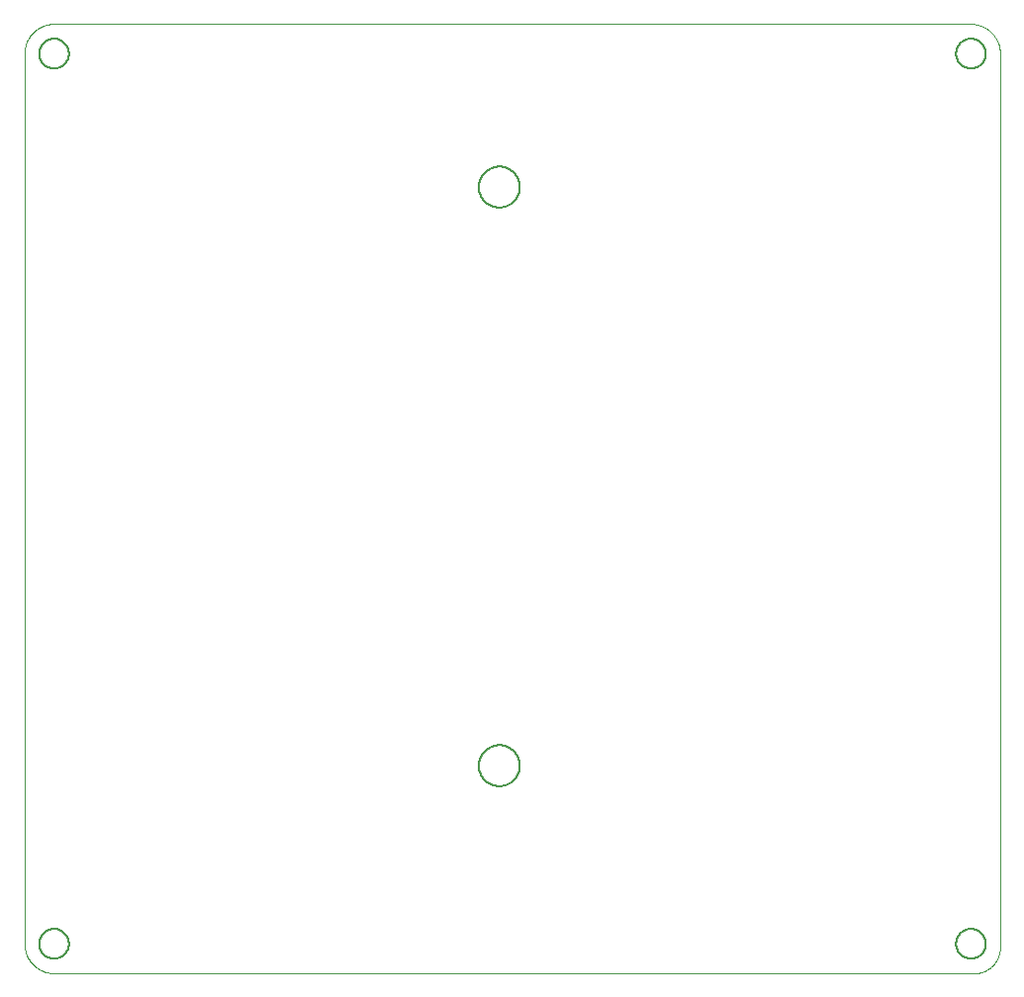
<source format=gbp>
G75*
%MOIN*%
%OFA0B0*%
%FSLAX25Y25*%
%IPPOS*%
%LPD*%
%AMOC8*
5,1,8,0,0,1.08239X$1,22.5*
%
%ADD10C,0.00000*%
%ADD11C,0.00600*%
D10*
X0013520Y0011600D02*
X0013520Y0311561D01*
X0013523Y0311803D01*
X0013532Y0312044D01*
X0013546Y0312285D01*
X0013567Y0312526D01*
X0013593Y0312766D01*
X0013625Y0313006D01*
X0013663Y0313245D01*
X0013706Y0313482D01*
X0013756Y0313719D01*
X0013811Y0313954D01*
X0013871Y0314188D01*
X0013938Y0314420D01*
X0014009Y0314651D01*
X0014087Y0314880D01*
X0014170Y0315107D01*
X0014258Y0315332D01*
X0014352Y0315555D01*
X0014451Y0315775D01*
X0014556Y0315993D01*
X0014665Y0316208D01*
X0014780Y0316421D01*
X0014900Y0316631D01*
X0015025Y0316837D01*
X0015155Y0317041D01*
X0015290Y0317242D01*
X0015430Y0317439D01*
X0015574Y0317633D01*
X0015723Y0317823D01*
X0015877Y0318009D01*
X0016035Y0318192D01*
X0016197Y0318371D01*
X0016364Y0318546D01*
X0016535Y0318717D01*
X0016710Y0318884D01*
X0016889Y0319046D01*
X0017072Y0319204D01*
X0017258Y0319358D01*
X0017448Y0319507D01*
X0017642Y0319651D01*
X0017839Y0319791D01*
X0018040Y0319926D01*
X0018244Y0320056D01*
X0018450Y0320181D01*
X0018660Y0320301D01*
X0018873Y0320416D01*
X0019088Y0320525D01*
X0019306Y0320630D01*
X0019526Y0320729D01*
X0019749Y0320823D01*
X0019974Y0320911D01*
X0020201Y0320994D01*
X0020430Y0321072D01*
X0020661Y0321143D01*
X0020893Y0321210D01*
X0021127Y0321270D01*
X0021362Y0321325D01*
X0021599Y0321375D01*
X0021836Y0321418D01*
X0022075Y0321456D01*
X0022315Y0321488D01*
X0022555Y0321514D01*
X0022796Y0321535D01*
X0023037Y0321549D01*
X0023278Y0321558D01*
X0023520Y0321561D01*
X0332260Y0321561D01*
X0332501Y0321558D01*
X0332741Y0321549D01*
X0332982Y0321535D01*
X0333221Y0321514D01*
X0333461Y0321488D01*
X0333699Y0321456D01*
X0333937Y0321419D01*
X0334174Y0321375D01*
X0334409Y0321326D01*
X0334644Y0321272D01*
X0334877Y0321211D01*
X0335108Y0321145D01*
X0335338Y0321073D01*
X0335566Y0320996D01*
X0335792Y0320914D01*
X0336016Y0320826D01*
X0336238Y0320732D01*
X0336458Y0320633D01*
X0336675Y0320529D01*
X0336889Y0320420D01*
X0337101Y0320306D01*
X0337310Y0320186D01*
X0337516Y0320062D01*
X0337719Y0319932D01*
X0337918Y0319798D01*
X0338115Y0319659D01*
X0338308Y0319515D01*
X0338497Y0319366D01*
X0338683Y0319213D01*
X0338865Y0319056D01*
X0339044Y0318894D01*
X0339218Y0318728D01*
X0339388Y0318558D01*
X0339554Y0318384D01*
X0339716Y0318205D01*
X0339873Y0318023D01*
X0340026Y0317837D01*
X0340175Y0317648D01*
X0340319Y0317455D01*
X0340458Y0317258D01*
X0340592Y0317059D01*
X0340722Y0316856D01*
X0340846Y0316650D01*
X0340966Y0316441D01*
X0341080Y0316229D01*
X0341189Y0316015D01*
X0341293Y0315798D01*
X0341392Y0315578D01*
X0341486Y0315356D01*
X0341574Y0315132D01*
X0341656Y0314906D01*
X0341733Y0314678D01*
X0341805Y0314448D01*
X0341871Y0314217D01*
X0341932Y0313984D01*
X0341986Y0313749D01*
X0342035Y0313514D01*
X0342079Y0313277D01*
X0342116Y0313039D01*
X0342148Y0312801D01*
X0342174Y0312561D01*
X0342195Y0312322D01*
X0342209Y0312081D01*
X0342218Y0311841D01*
X0342221Y0311600D01*
X0342220Y0311600D02*
X0342220Y0010301D01*
X0342221Y0010301D02*
X0342218Y0010091D01*
X0342211Y0009881D01*
X0342198Y0009671D01*
X0342180Y0009461D01*
X0342158Y0009252D01*
X0342130Y0009044D01*
X0342097Y0008836D01*
X0342059Y0008629D01*
X0342016Y0008423D01*
X0341968Y0008219D01*
X0341915Y0008015D01*
X0341858Y0007813D01*
X0341795Y0007612D01*
X0341728Y0007413D01*
X0341656Y0007216D01*
X0341579Y0007020D01*
X0341497Y0006826D01*
X0341411Y0006634D01*
X0341320Y0006445D01*
X0341224Y0006257D01*
X0341124Y0006072D01*
X0341020Y0005890D01*
X0340911Y0005710D01*
X0340798Y0005533D01*
X0340681Y0005358D01*
X0340559Y0005187D01*
X0340434Y0005018D01*
X0340304Y0004853D01*
X0340170Y0004690D01*
X0340033Y0004531D01*
X0339891Y0004375D01*
X0339746Y0004223D01*
X0339598Y0004075D01*
X0339446Y0003930D01*
X0339290Y0003788D01*
X0339131Y0003651D01*
X0338968Y0003517D01*
X0338803Y0003387D01*
X0338634Y0003262D01*
X0338463Y0003140D01*
X0338288Y0003023D01*
X0338111Y0002910D01*
X0337931Y0002801D01*
X0337749Y0002697D01*
X0337564Y0002597D01*
X0337376Y0002501D01*
X0337187Y0002410D01*
X0336995Y0002324D01*
X0336801Y0002242D01*
X0336605Y0002165D01*
X0336408Y0002093D01*
X0336209Y0002026D01*
X0336008Y0001963D01*
X0335806Y0001906D01*
X0335602Y0001853D01*
X0335398Y0001805D01*
X0335192Y0001762D01*
X0334985Y0001724D01*
X0334777Y0001691D01*
X0334569Y0001663D01*
X0334360Y0001641D01*
X0334150Y0001623D01*
X0333940Y0001610D01*
X0333730Y0001603D01*
X0333520Y0001600D01*
X0023520Y0001600D01*
X0023278Y0001603D01*
X0023037Y0001612D01*
X0022796Y0001626D01*
X0022555Y0001647D01*
X0022315Y0001673D01*
X0022075Y0001705D01*
X0021836Y0001743D01*
X0021599Y0001786D01*
X0021362Y0001836D01*
X0021127Y0001891D01*
X0020893Y0001951D01*
X0020661Y0002018D01*
X0020430Y0002089D01*
X0020201Y0002167D01*
X0019974Y0002250D01*
X0019749Y0002338D01*
X0019526Y0002432D01*
X0019306Y0002531D01*
X0019088Y0002636D01*
X0018873Y0002745D01*
X0018660Y0002860D01*
X0018450Y0002980D01*
X0018244Y0003105D01*
X0018040Y0003235D01*
X0017839Y0003370D01*
X0017642Y0003510D01*
X0017448Y0003654D01*
X0017258Y0003803D01*
X0017072Y0003957D01*
X0016889Y0004115D01*
X0016710Y0004277D01*
X0016535Y0004444D01*
X0016364Y0004615D01*
X0016197Y0004790D01*
X0016035Y0004969D01*
X0015877Y0005152D01*
X0015723Y0005338D01*
X0015574Y0005528D01*
X0015430Y0005722D01*
X0015290Y0005919D01*
X0015155Y0006120D01*
X0015025Y0006324D01*
X0014900Y0006530D01*
X0014780Y0006740D01*
X0014665Y0006953D01*
X0014556Y0007168D01*
X0014451Y0007386D01*
X0014352Y0007606D01*
X0014258Y0007829D01*
X0014170Y0008054D01*
X0014087Y0008281D01*
X0014009Y0008510D01*
X0013938Y0008741D01*
X0013871Y0008973D01*
X0013811Y0009207D01*
X0013756Y0009442D01*
X0013706Y0009679D01*
X0013663Y0009916D01*
X0013625Y0010155D01*
X0013593Y0010395D01*
X0013567Y0010635D01*
X0013546Y0010876D01*
X0013532Y0011117D01*
X0013523Y0011358D01*
X0013520Y0011600D01*
D11*
X0018520Y0011600D02*
X0018522Y0011741D01*
X0018528Y0011882D01*
X0018538Y0012022D01*
X0018552Y0012162D01*
X0018570Y0012302D01*
X0018591Y0012441D01*
X0018617Y0012580D01*
X0018646Y0012718D01*
X0018680Y0012854D01*
X0018717Y0012990D01*
X0018758Y0013125D01*
X0018803Y0013259D01*
X0018852Y0013391D01*
X0018904Y0013522D01*
X0018960Y0013651D01*
X0019020Y0013778D01*
X0019083Y0013904D01*
X0019149Y0014028D01*
X0019220Y0014151D01*
X0019293Y0014271D01*
X0019370Y0014389D01*
X0019450Y0014505D01*
X0019534Y0014618D01*
X0019620Y0014729D01*
X0019710Y0014838D01*
X0019803Y0014944D01*
X0019898Y0015047D01*
X0019997Y0015148D01*
X0020098Y0015246D01*
X0020202Y0015341D01*
X0020309Y0015433D01*
X0020418Y0015522D01*
X0020530Y0015607D01*
X0020644Y0015690D01*
X0020760Y0015770D01*
X0020879Y0015846D01*
X0021000Y0015918D01*
X0021122Y0015988D01*
X0021247Y0016053D01*
X0021373Y0016116D01*
X0021501Y0016174D01*
X0021631Y0016229D01*
X0021762Y0016281D01*
X0021895Y0016328D01*
X0022029Y0016372D01*
X0022164Y0016413D01*
X0022300Y0016449D01*
X0022437Y0016481D01*
X0022575Y0016510D01*
X0022713Y0016535D01*
X0022853Y0016555D01*
X0022993Y0016572D01*
X0023133Y0016585D01*
X0023274Y0016594D01*
X0023414Y0016599D01*
X0023555Y0016600D01*
X0023696Y0016597D01*
X0023837Y0016590D01*
X0023977Y0016579D01*
X0024117Y0016564D01*
X0024257Y0016545D01*
X0024396Y0016523D01*
X0024534Y0016496D01*
X0024672Y0016466D01*
X0024808Y0016431D01*
X0024944Y0016393D01*
X0025078Y0016351D01*
X0025212Y0016305D01*
X0025344Y0016256D01*
X0025474Y0016202D01*
X0025603Y0016145D01*
X0025730Y0016085D01*
X0025856Y0016021D01*
X0025979Y0015953D01*
X0026101Y0015882D01*
X0026221Y0015808D01*
X0026338Y0015730D01*
X0026453Y0015649D01*
X0026566Y0015565D01*
X0026677Y0015478D01*
X0026785Y0015387D01*
X0026890Y0015294D01*
X0026993Y0015197D01*
X0027093Y0015098D01*
X0027190Y0014996D01*
X0027284Y0014891D01*
X0027375Y0014784D01*
X0027463Y0014674D01*
X0027548Y0014562D01*
X0027630Y0014447D01*
X0027709Y0014330D01*
X0027784Y0014211D01*
X0027856Y0014090D01*
X0027924Y0013967D01*
X0027989Y0013842D01*
X0028051Y0013715D01*
X0028108Y0013586D01*
X0028163Y0013456D01*
X0028213Y0013325D01*
X0028260Y0013192D01*
X0028303Y0013058D01*
X0028342Y0012922D01*
X0028377Y0012786D01*
X0028409Y0012649D01*
X0028436Y0012511D01*
X0028460Y0012372D01*
X0028480Y0012232D01*
X0028496Y0012092D01*
X0028508Y0011952D01*
X0028516Y0011811D01*
X0028520Y0011670D01*
X0028520Y0011530D01*
X0028516Y0011389D01*
X0028508Y0011248D01*
X0028496Y0011108D01*
X0028480Y0010968D01*
X0028460Y0010828D01*
X0028436Y0010689D01*
X0028409Y0010551D01*
X0028377Y0010414D01*
X0028342Y0010278D01*
X0028303Y0010142D01*
X0028260Y0010008D01*
X0028213Y0009875D01*
X0028163Y0009744D01*
X0028108Y0009614D01*
X0028051Y0009485D01*
X0027989Y0009358D01*
X0027924Y0009233D01*
X0027856Y0009110D01*
X0027784Y0008989D01*
X0027709Y0008870D01*
X0027630Y0008753D01*
X0027548Y0008638D01*
X0027463Y0008526D01*
X0027375Y0008416D01*
X0027284Y0008309D01*
X0027190Y0008204D01*
X0027093Y0008102D01*
X0026993Y0008003D01*
X0026890Y0007906D01*
X0026785Y0007813D01*
X0026677Y0007722D01*
X0026566Y0007635D01*
X0026453Y0007551D01*
X0026338Y0007470D01*
X0026221Y0007392D01*
X0026101Y0007318D01*
X0025979Y0007247D01*
X0025856Y0007179D01*
X0025730Y0007115D01*
X0025603Y0007055D01*
X0025474Y0006998D01*
X0025344Y0006944D01*
X0025212Y0006895D01*
X0025078Y0006849D01*
X0024944Y0006807D01*
X0024808Y0006769D01*
X0024672Y0006734D01*
X0024534Y0006704D01*
X0024396Y0006677D01*
X0024257Y0006655D01*
X0024117Y0006636D01*
X0023977Y0006621D01*
X0023837Y0006610D01*
X0023696Y0006603D01*
X0023555Y0006600D01*
X0023414Y0006601D01*
X0023274Y0006606D01*
X0023133Y0006615D01*
X0022993Y0006628D01*
X0022853Y0006645D01*
X0022713Y0006665D01*
X0022575Y0006690D01*
X0022437Y0006719D01*
X0022300Y0006751D01*
X0022164Y0006787D01*
X0022029Y0006828D01*
X0021895Y0006872D01*
X0021762Y0006919D01*
X0021631Y0006971D01*
X0021501Y0007026D01*
X0021373Y0007084D01*
X0021247Y0007147D01*
X0021122Y0007212D01*
X0021000Y0007282D01*
X0020879Y0007354D01*
X0020760Y0007430D01*
X0020644Y0007510D01*
X0020530Y0007593D01*
X0020418Y0007678D01*
X0020309Y0007767D01*
X0020202Y0007859D01*
X0020098Y0007954D01*
X0019997Y0008052D01*
X0019898Y0008153D01*
X0019803Y0008256D01*
X0019710Y0008362D01*
X0019620Y0008471D01*
X0019534Y0008582D01*
X0019450Y0008695D01*
X0019370Y0008811D01*
X0019293Y0008929D01*
X0019220Y0009049D01*
X0019149Y0009172D01*
X0019083Y0009296D01*
X0019020Y0009422D01*
X0018960Y0009549D01*
X0018904Y0009678D01*
X0018852Y0009809D01*
X0018803Y0009941D01*
X0018758Y0010075D01*
X0018717Y0010210D01*
X0018680Y0010346D01*
X0018646Y0010482D01*
X0018617Y0010620D01*
X0018591Y0010759D01*
X0018570Y0010898D01*
X0018552Y0011038D01*
X0018538Y0011178D01*
X0018528Y0011318D01*
X0018522Y0011459D01*
X0018520Y0011600D01*
X0166630Y0071600D02*
X0166632Y0071769D01*
X0166638Y0071938D01*
X0166649Y0072107D01*
X0166663Y0072275D01*
X0166682Y0072443D01*
X0166705Y0072611D01*
X0166731Y0072778D01*
X0166762Y0072944D01*
X0166797Y0073110D01*
X0166836Y0073274D01*
X0166880Y0073438D01*
X0166927Y0073600D01*
X0166978Y0073761D01*
X0167033Y0073921D01*
X0167092Y0074080D01*
X0167154Y0074237D01*
X0167221Y0074392D01*
X0167292Y0074546D01*
X0167366Y0074698D01*
X0167444Y0074848D01*
X0167525Y0074996D01*
X0167610Y0075142D01*
X0167699Y0075286D01*
X0167791Y0075428D01*
X0167887Y0075567D01*
X0167986Y0075704D01*
X0168088Y0075839D01*
X0168194Y0075971D01*
X0168303Y0076100D01*
X0168415Y0076227D01*
X0168530Y0076351D01*
X0168648Y0076472D01*
X0168769Y0076590D01*
X0168893Y0076705D01*
X0169020Y0076817D01*
X0169149Y0076926D01*
X0169281Y0077032D01*
X0169416Y0077134D01*
X0169553Y0077233D01*
X0169692Y0077329D01*
X0169834Y0077421D01*
X0169978Y0077510D01*
X0170124Y0077595D01*
X0170272Y0077676D01*
X0170422Y0077754D01*
X0170574Y0077828D01*
X0170728Y0077899D01*
X0170883Y0077966D01*
X0171040Y0078028D01*
X0171199Y0078087D01*
X0171359Y0078142D01*
X0171520Y0078193D01*
X0171682Y0078240D01*
X0171846Y0078284D01*
X0172010Y0078323D01*
X0172176Y0078358D01*
X0172342Y0078389D01*
X0172509Y0078415D01*
X0172677Y0078438D01*
X0172845Y0078457D01*
X0173013Y0078471D01*
X0173182Y0078482D01*
X0173351Y0078488D01*
X0173520Y0078490D01*
X0173689Y0078488D01*
X0173858Y0078482D01*
X0174027Y0078471D01*
X0174195Y0078457D01*
X0174363Y0078438D01*
X0174531Y0078415D01*
X0174698Y0078389D01*
X0174864Y0078358D01*
X0175030Y0078323D01*
X0175194Y0078284D01*
X0175358Y0078240D01*
X0175520Y0078193D01*
X0175681Y0078142D01*
X0175841Y0078087D01*
X0176000Y0078028D01*
X0176157Y0077966D01*
X0176312Y0077899D01*
X0176466Y0077828D01*
X0176618Y0077754D01*
X0176768Y0077676D01*
X0176916Y0077595D01*
X0177062Y0077510D01*
X0177206Y0077421D01*
X0177348Y0077329D01*
X0177487Y0077233D01*
X0177624Y0077134D01*
X0177759Y0077032D01*
X0177891Y0076926D01*
X0178020Y0076817D01*
X0178147Y0076705D01*
X0178271Y0076590D01*
X0178392Y0076472D01*
X0178510Y0076351D01*
X0178625Y0076227D01*
X0178737Y0076100D01*
X0178846Y0075971D01*
X0178952Y0075839D01*
X0179054Y0075704D01*
X0179153Y0075567D01*
X0179249Y0075428D01*
X0179341Y0075286D01*
X0179430Y0075142D01*
X0179515Y0074996D01*
X0179596Y0074848D01*
X0179674Y0074698D01*
X0179748Y0074546D01*
X0179819Y0074392D01*
X0179886Y0074237D01*
X0179948Y0074080D01*
X0180007Y0073921D01*
X0180062Y0073761D01*
X0180113Y0073600D01*
X0180160Y0073438D01*
X0180204Y0073274D01*
X0180243Y0073110D01*
X0180278Y0072944D01*
X0180309Y0072778D01*
X0180335Y0072611D01*
X0180358Y0072443D01*
X0180377Y0072275D01*
X0180391Y0072107D01*
X0180402Y0071938D01*
X0180408Y0071769D01*
X0180410Y0071600D01*
X0180408Y0071431D01*
X0180402Y0071262D01*
X0180391Y0071093D01*
X0180377Y0070925D01*
X0180358Y0070757D01*
X0180335Y0070589D01*
X0180309Y0070422D01*
X0180278Y0070256D01*
X0180243Y0070090D01*
X0180204Y0069926D01*
X0180160Y0069762D01*
X0180113Y0069600D01*
X0180062Y0069439D01*
X0180007Y0069279D01*
X0179948Y0069120D01*
X0179886Y0068963D01*
X0179819Y0068808D01*
X0179748Y0068654D01*
X0179674Y0068502D01*
X0179596Y0068352D01*
X0179515Y0068204D01*
X0179430Y0068058D01*
X0179341Y0067914D01*
X0179249Y0067772D01*
X0179153Y0067633D01*
X0179054Y0067496D01*
X0178952Y0067361D01*
X0178846Y0067229D01*
X0178737Y0067100D01*
X0178625Y0066973D01*
X0178510Y0066849D01*
X0178392Y0066728D01*
X0178271Y0066610D01*
X0178147Y0066495D01*
X0178020Y0066383D01*
X0177891Y0066274D01*
X0177759Y0066168D01*
X0177624Y0066066D01*
X0177487Y0065967D01*
X0177348Y0065871D01*
X0177206Y0065779D01*
X0177062Y0065690D01*
X0176916Y0065605D01*
X0176768Y0065524D01*
X0176618Y0065446D01*
X0176466Y0065372D01*
X0176312Y0065301D01*
X0176157Y0065234D01*
X0176000Y0065172D01*
X0175841Y0065113D01*
X0175681Y0065058D01*
X0175520Y0065007D01*
X0175358Y0064960D01*
X0175194Y0064916D01*
X0175030Y0064877D01*
X0174864Y0064842D01*
X0174698Y0064811D01*
X0174531Y0064785D01*
X0174363Y0064762D01*
X0174195Y0064743D01*
X0174027Y0064729D01*
X0173858Y0064718D01*
X0173689Y0064712D01*
X0173520Y0064710D01*
X0173351Y0064712D01*
X0173182Y0064718D01*
X0173013Y0064729D01*
X0172845Y0064743D01*
X0172677Y0064762D01*
X0172509Y0064785D01*
X0172342Y0064811D01*
X0172176Y0064842D01*
X0172010Y0064877D01*
X0171846Y0064916D01*
X0171682Y0064960D01*
X0171520Y0065007D01*
X0171359Y0065058D01*
X0171199Y0065113D01*
X0171040Y0065172D01*
X0170883Y0065234D01*
X0170728Y0065301D01*
X0170574Y0065372D01*
X0170422Y0065446D01*
X0170272Y0065524D01*
X0170124Y0065605D01*
X0169978Y0065690D01*
X0169834Y0065779D01*
X0169692Y0065871D01*
X0169553Y0065967D01*
X0169416Y0066066D01*
X0169281Y0066168D01*
X0169149Y0066274D01*
X0169020Y0066383D01*
X0168893Y0066495D01*
X0168769Y0066610D01*
X0168648Y0066728D01*
X0168530Y0066849D01*
X0168415Y0066973D01*
X0168303Y0067100D01*
X0168194Y0067229D01*
X0168088Y0067361D01*
X0167986Y0067496D01*
X0167887Y0067633D01*
X0167791Y0067772D01*
X0167699Y0067914D01*
X0167610Y0068058D01*
X0167525Y0068204D01*
X0167444Y0068352D01*
X0167366Y0068502D01*
X0167292Y0068654D01*
X0167221Y0068808D01*
X0167154Y0068963D01*
X0167092Y0069120D01*
X0167033Y0069279D01*
X0166978Y0069439D01*
X0166927Y0069600D01*
X0166880Y0069762D01*
X0166836Y0069926D01*
X0166797Y0070090D01*
X0166762Y0070256D01*
X0166731Y0070422D01*
X0166705Y0070589D01*
X0166682Y0070757D01*
X0166663Y0070925D01*
X0166649Y0071093D01*
X0166638Y0071262D01*
X0166632Y0071431D01*
X0166630Y0071600D01*
X0327417Y0011600D02*
X0327419Y0011741D01*
X0327425Y0011882D01*
X0327435Y0012022D01*
X0327449Y0012162D01*
X0327467Y0012302D01*
X0327488Y0012441D01*
X0327514Y0012580D01*
X0327543Y0012718D01*
X0327577Y0012854D01*
X0327614Y0012990D01*
X0327655Y0013125D01*
X0327700Y0013259D01*
X0327749Y0013391D01*
X0327801Y0013522D01*
X0327857Y0013651D01*
X0327917Y0013778D01*
X0327980Y0013904D01*
X0328046Y0014028D01*
X0328117Y0014151D01*
X0328190Y0014271D01*
X0328267Y0014389D01*
X0328347Y0014505D01*
X0328431Y0014618D01*
X0328517Y0014729D01*
X0328607Y0014838D01*
X0328700Y0014944D01*
X0328795Y0015047D01*
X0328894Y0015148D01*
X0328995Y0015246D01*
X0329099Y0015341D01*
X0329206Y0015433D01*
X0329315Y0015522D01*
X0329427Y0015607D01*
X0329541Y0015690D01*
X0329657Y0015770D01*
X0329776Y0015846D01*
X0329897Y0015918D01*
X0330019Y0015988D01*
X0330144Y0016053D01*
X0330270Y0016116D01*
X0330398Y0016174D01*
X0330528Y0016229D01*
X0330659Y0016281D01*
X0330792Y0016328D01*
X0330926Y0016372D01*
X0331061Y0016413D01*
X0331197Y0016449D01*
X0331334Y0016481D01*
X0331472Y0016510D01*
X0331610Y0016535D01*
X0331750Y0016555D01*
X0331890Y0016572D01*
X0332030Y0016585D01*
X0332171Y0016594D01*
X0332311Y0016599D01*
X0332452Y0016600D01*
X0332593Y0016597D01*
X0332734Y0016590D01*
X0332874Y0016579D01*
X0333014Y0016564D01*
X0333154Y0016545D01*
X0333293Y0016523D01*
X0333431Y0016496D01*
X0333569Y0016466D01*
X0333705Y0016431D01*
X0333841Y0016393D01*
X0333975Y0016351D01*
X0334109Y0016305D01*
X0334241Y0016256D01*
X0334371Y0016202D01*
X0334500Y0016145D01*
X0334627Y0016085D01*
X0334753Y0016021D01*
X0334876Y0015953D01*
X0334998Y0015882D01*
X0335118Y0015808D01*
X0335235Y0015730D01*
X0335350Y0015649D01*
X0335463Y0015565D01*
X0335574Y0015478D01*
X0335682Y0015387D01*
X0335787Y0015294D01*
X0335890Y0015197D01*
X0335990Y0015098D01*
X0336087Y0014996D01*
X0336181Y0014891D01*
X0336272Y0014784D01*
X0336360Y0014674D01*
X0336445Y0014562D01*
X0336527Y0014447D01*
X0336606Y0014330D01*
X0336681Y0014211D01*
X0336753Y0014090D01*
X0336821Y0013967D01*
X0336886Y0013842D01*
X0336948Y0013715D01*
X0337005Y0013586D01*
X0337060Y0013456D01*
X0337110Y0013325D01*
X0337157Y0013192D01*
X0337200Y0013058D01*
X0337239Y0012922D01*
X0337274Y0012786D01*
X0337306Y0012649D01*
X0337333Y0012511D01*
X0337357Y0012372D01*
X0337377Y0012232D01*
X0337393Y0012092D01*
X0337405Y0011952D01*
X0337413Y0011811D01*
X0337417Y0011670D01*
X0337417Y0011530D01*
X0337413Y0011389D01*
X0337405Y0011248D01*
X0337393Y0011108D01*
X0337377Y0010968D01*
X0337357Y0010828D01*
X0337333Y0010689D01*
X0337306Y0010551D01*
X0337274Y0010414D01*
X0337239Y0010278D01*
X0337200Y0010142D01*
X0337157Y0010008D01*
X0337110Y0009875D01*
X0337060Y0009744D01*
X0337005Y0009614D01*
X0336948Y0009485D01*
X0336886Y0009358D01*
X0336821Y0009233D01*
X0336753Y0009110D01*
X0336681Y0008989D01*
X0336606Y0008870D01*
X0336527Y0008753D01*
X0336445Y0008638D01*
X0336360Y0008526D01*
X0336272Y0008416D01*
X0336181Y0008309D01*
X0336087Y0008204D01*
X0335990Y0008102D01*
X0335890Y0008003D01*
X0335787Y0007906D01*
X0335682Y0007813D01*
X0335574Y0007722D01*
X0335463Y0007635D01*
X0335350Y0007551D01*
X0335235Y0007470D01*
X0335118Y0007392D01*
X0334998Y0007318D01*
X0334876Y0007247D01*
X0334753Y0007179D01*
X0334627Y0007115D01*
X0334500Y0007055D01*
X0334371Y0006998D01*
X0334241Y0006944D01*
X0334109Y0006895D01*
X0333975Y0006849D01*
X0333841Y0006807D01*
X0333705Y0006769D01*
X0333569Y0006734D01*
X0333431Y0006704D01*
X0333293Y0006677D01*
X0333154Y0006655D01*
X0333014Y0006636D01*
X0332874Y0006621D01*
X0332734Y0006610D01*
X0332593Y0006603D01*
X0332452Y0006600D01*
X0332311Y0006601D01*
X0332171Y0006606D01*
X0332030Y0006615D01*
X0331890Y0006628D01*
X0331750Y0006645D01*
X0331610Y0006665D01*
X0331472Y0006690D01*
X0331334Y0006719D01*
X0331197Y0006751D01*
X0331061Y0006787D01*
X0330926Y0006828D01*
X0330792Y0006872D01*
X0330659Y0006919D01*
X0330528Y0006971D01*
X0330398Y0007026D01*
X0330270Y0007084D01*
X0330144Y0007147D01*
X0330019Y0007212D01*
X0329897Y0007282D01*
X0329776Y0007354D01*
X0329657Y0007430D01*
X0329541Y0007510D01*
X0329427Y0007593D01*
X0329315Y0007678D01*
X0329206Y0007767D01*
X0329099Y0007859D01*
X0328995Y0007954D01*
X0328894Y0008052D01*
X0328795Y0008153D01*
X0328700Y0008256D01*
X0328607Y0008362D01*
X0328517Y0008471D01*
X0328431Y0008582D01*
X0328347Y0008695D01*
X0328267Y0008811D01*
X0328190Y0008929D01*
X0328117Y0009049D01*
X0328046Y0009172D01*
X0327980Y0009296D01*
X0327917Y0009422D01*
X0327857Y0009549D01*
X0327801Y0009678D01*
X0327749Y0009809D01*
X0327700Y0009941D01*
X0327655Y0010075D01*
X0327614Y0010210D01*
X0327577Y0010346D01*
X0327543Y0010482D01*
X0327514Y0010620D01*
X0327488Y0010759D01*
X0327467Y0010898D01*
X0327449Y0011038D01*
X0327435Y0011178D01*
X0327425Y0011318D01*
X0327419Y0011459D01*
X0327417Y0011600D01*
X0166630Y0266600D02*
X0166632Y0266769D01*
X0166638Y0266938D01*
X0166649Y0267107D01*
X0166663Y0267275D01*
X0166682Y0267443D01*
X0166705Y0267611D01*
X0166731Y0267778D01*
X0166762Y0267944D01*
X0166797Y0268110D01*
X0166836Y0268274D01*
X0166880Y0268438D01*
X0166927Y0268600D01*
X0166978Y0268761D01*
X0167033Y0268921D01*
X0167092Y0269080D01*
X0167154Y0269237D01*
X0167221Y0269392D01*
X0167292Y0269546D01*
X0167366Y0269698D01*
X0167444Y0269848D01*
X0167525Y0269996D01*
X0167610Y0270142D01*
X0167699Y0270286D01*
X0167791Y0270428D01*
X0167887Y0270567D01*
X0167986Y0270704D01*
X0168088Y0270839D01*
X0168194Y0270971D01*
X0168303Y0271100D01*
X0168415Y0271227D01*
X0168530Y0271351D01*
X0168648Y0271472D01*
X0168769Y0271590D01*
X0168893Y0271705D01*
X0169020Y0271817D01*
X0169149Y0271926D01*
X0169281Y0272032D01*
X0169416Y0272134D01*
X0169553Y0272233D01*
X0169692Y0272329D01*
X0169834Y0272421D01*
X0169978Y0272510D01*
X0170124Y0272595D01*
X0170272Y0272676D01*
X0170422Y0272754D01*
X0170574Y0272828D01*
X0170728Y0272899D01*
X0170883Y0272966D01*
X0171040Y0273028D01*
X0171199Y0273087D01*
X0171359Y0273142D01*
X0171520Y0273193D01*
X0171682Y0273240D01*
X0171846Y0273284D01*
X0172010Y0273323D01*
X0172176Y0273358D01*
X0172342Y0273389D01*
X0172509Y0273415D01*
X0172677Y0273438D01*
X0172845Y0273457D01*
X0173013Y0273471D01*
X0173182Y0273482D01*
X0173351Y0273488D01*
X0173520Y0273490D01*
X0173689Y0273488D01*
X0173858Y0273482D01*
X0174027Y0273471D01*
X0174195Y0273457D01*
X0174363Y0273438D01*
X0174531Y0273415D01*
X0174698Y0273389D01*
X0174864Y0273358D01*
X0175030Y0273323D01*
X0175194Y0273284D01*
X0175358Y0273240D01*
X0175520Y0273193D01*
X0175681Y0273142D01*
X0175841Y0273087D01*
X0176000Y0273028D01*
X0176157Y0272966D01*
X0176312Y0272899D01*
X0176466Y0272828D01*
X0176618Y0272754D01*
X0176768Y0272676D01*
X0176916Y0272595D01*
X0177062Y0272510D01*
X0177206Y0272421D01*
X0177348Y0272329D01*
X0177487Y0272233D01*
X0177624Y0272134D01*
X0177759Y0272032D01*
X0177891Y0271926D01*
X0178020Y0271817D01*
X0178147Y0271705D01*
X0178271Y0271590D01*
X0178392Y0271472D01*
X0178510Y0271351D01*
X0178625Y0271227D01*
X0178737Y0271100D01*
X0178846Y0270971D01*
X0178952Y0270839D01*
X0179054Y0270704D01*
X0179153Y0270567D01*
X0179249Y0270428D01*
X0179341Y0270286D01*
X0179430Y0270142D01*
X0179515Y0269996D01*
X0179596Y0269848D01*
X0179674Y0269698D01*
X0179748Y0269546D01*
X0179819Y0269392D01*
X0179886Y0269237D01*
X0179948Y0269080D01*
X0180007Y0268921D01*
X0180062Y0268761D01*
X0180113Y0268600D01*
X0180160Y0268438D01*
X0180204Y0268274D01*
X0180243Y0268110D01*
X0180278Y0267944D01*
X0180309Y0267778D01*
X0180335Y0267611D01*
X0180358Y0267443D01*
X0180377Y0267275D01*
X0180391Y0267107D01*
X0180402Y0266938D01*
X0180408Y0266769D01*
X0180410Y0266600D01*
X0180408Y0266431D01*
X0180402Y0266262D01*
X0180391Y0266093D01*
X0180377Y0265925D01*
X0180358Y0265757D01*
X0180335Y0265589D01*
X0180309Y0265422D01*
X0180278Y0265256D01*
X0180243Y0265090D01*
X0180204Y0264926D01*
X0180160Y0264762D01*
X0180113Y0264600D01*
X0180062Y0264439D01*
X0180007Y0264279D01*
X0179948Y0264120D01*
X0179886Y0263963D01*
X0179819Y0263808D01*
X0179748Y0263654D01*
X0179674Y0263502D01*
X0179596Y0263352D01*
X0179515Y0263204D01*
X0179430Y0263058D01*
X0179341Y0262914D01*
X0179249Y0262772D01*
X0179153Y0262633D01*
X0179054Y0262496D01*
X0178952Y0262361D01*
X0178846Y0262229D01*
X0178737Y0262100D01*
X0178625Y0261973D01*
X0178510Y0261849D01*
X0178392Y0261728D01*
X0178271Y0261610D01*
X0178147Y0261495D01*
X0178020Y0261383D01*
X0177891Y0261274D01*
X0177759Y0261168D01*
X0177624Y0261066D01*
X0177487Y0260967D01*
X0177348Y0260871D01*
X0177206Y0260779D01*
X0177062Y0260690D01*
X0176916Y0260605D01*
X0176768Y0260524D01*
X0176618Y0260446D01*
X0176466Y0260372D01*
X0176312Y0260301D01*
X0176157Y0260234D01*
X0176000Y0260172D01*
X0175841Y0260113D01*
X0175681Y0260058D01*
X0175520Y0260007D01*
X0175358Y0259960D01*
X0175194Y0259916D01*
X0175030Y0259877D01*
X0174864Y0259842D01*
X0174698Y0259811D01*
X0174531Y0259785D01*
X0174363Y0259762D01*
X0174195Y0259743D01*
X0174027Y0259729D01*
X0173858Y0259718D01*
X0173689Y0259712D01*
X0173520Y0259710D01*
X0173351Y0259712D01*
X0173182Y0259718D01*
X0173013Y0259729D01*
X0172845Y0259743D01*
X0172677Y0259762D01*
X0172509Y0259785D01*
X0172342Y0259811D01*
X0172176Y0259842D01*
X0172010Y0259877D01*
X0171846Y0259916D01*
X0171682Y0259960D01*
X0171520Y0260007D01*
X0171359Y0260058D01*
X0171199Y0260113D01*
X0171040Y0260172D01*
X0170883Y0260234D01*
X0170728Y0260301D01*
X0170574Y0260372D01*
X0170422Y0260446D01*
X0170272Y0260524D01*
X0170124Y0260605D01*
X0169978Y0260690D01*
X0169834Y0260779D01*
X0169692Y0260871D01*
X0169553Y0260967D01*
X0169416Y0261066D01*
X0169281Y0261168D01*
X0169149Y0261274D01*
X0169020Y0261383D01*
X0168893Y0261495D01*
X0168769Y0261610D01*
X0168648Y0261728D01*
X0168530Y0261849D01*
X0168415Y0261973D01*
X0168303Y0262100D01*
X0168194Y0262229D01*
X0168088Y0262361D01*
X0167986Y0262496D01*
X0167887Y0262633D01*
X0167791Y0262772D01*
X0167699Y0262914D01*
X0167610Y0263058D01*
X0167525Y0263204D01*
X0167444Y0263352D01*
X0167366Y0263502D01*
X0167292Y0263654D01*
X0167221Y0263808D01*
X0167154Y0263963D01*
X0167092Y0264120D01*
X0167033Y0264279D01*
X0166978Y0264439D01*
X0166927Y0264600D01*
X0166880Y0264762D01*
X0166836Y0264926D01*
X0166797Y0265090D01*
X0166762Y0265256D01*
X0166731Y0265422D01*
X0166705Y0265589D01*
X0166682Y0265757D01*
X0166663Y0265925D01*
X0166649Y0266093D01*
X0166638Y0266262D01*
X0166632Y0266431D01*
X0166630Y0266600D01*
X0018520Y0311600D02*
X0018522Y0311741D01*
X0018528Y0311882D01*
X0018538Y0312022D01*
X0018552Y0312162D01*
X0018570Y0312302D01*
X0018591Y0312441D01*
X0018617Y0312580D01*
X0018646Y0312718D01*
X0018680Y0312854D01*
X0018717Y0312990D01*
X0018758Y0313125D01*
X0018803Y0313259D01*
X0018852Y0313391D01*
X0018904Y0313522D01*
X0018960Y0313651D01*
X0019020Y0313778D01*
X0019083Y0313904D01*
X0019149Y0314028D01*
X0019220Y0314151D01*
X0019293Y0314271D01*
X0019370Y0314389D01*
X0019450Y0314505D01*
X0019534Y0314618D01*
X0019620Y0314729D01*
X0019710Y0314838D01*
X0019803Y0314944D01*
X0019898Y0315047D01*
X0019997Y0315148D01*
X0020098Y0315246D01*
X0020202Y0315341D01*
X0020309Y0315433D01*
X0020418Y0315522D01*
X0020530Y0315607D01*
X0020644Y0315690D01*
X0020760Y0315770D01*
X0020879Y0315846D01*
X0021000Y0315918D01*
X0021122Y0315988D01*
X0021247Y0316053D01*
X0021373Y0316116D01*
X0021501Y0316174D01*
X0021631Y0316229D01*
X0021762Y0316281D01*
X0021895Y0316328D01*
X0022029Y0316372D01*
X0022164Y0316413D01*
X0022300Y0316449D01*
X0022437Y0316481D01*
X0022575Y0316510D01*
X0022713Y0316535D01*
X0022853Y0316555D01*
X0022993Y0316572D01*
X0023133Y0316585D01*
X0023274Y0316594D01*
X0023414Y0316599D01*
X0023555Y0316600D01*
X0023696Y0316597D01*
X0023837Y0316590D01*
X0023977Y0316579D01*
X0024117Y0316564D01*
X0024257Y0316545D01*
X0024396Y0316523D01*
X0024534Y0316496D01*
X0024672Y0316466D01*
X0024808Y0316431D01*
X0024944Y0316393D01*
X0025078Y0316351D01*
X0025212Y0316305D01*
X0025344Y0316256D01*
X0025474Y0316202D01*
X0025603Y0316145D01*
X0025730Y0316085D01*
X0025856Y0316021D01*
X0025979Y0315953D01*
X0026101Y0315882D01*
X0026221Y0315808D01*
X0026338Y0315730D01*
X0026453Y0315649D01*
X0026566Y0315565D01*
X0026677Y0315478D01*
X0026785Y0315387D01*
X0026890Y0315294D01*
X0026993Y0315197D01*
X0027093Y0315098D01*
X0027190Y0314996D01*
X0027284Y0314891D01*
X0027375Y0314784D01*
X0027463Y0314674D01*
X0027548Y0314562D01*
X0027630Y0314447D01*
X0027709Y0314330D01*
X0027784Y0314211D01*
X0027856Y0314090D01*
X0027924Y0313967D01*
X0027989Y0313842D01*
X0028051Y0313715D01*
X0028108Y0313586D01*
X0028163Y0313456D01*
X0028213Y0313325D01*
X0028260Y0313192D01*
X0028303Y0313058D01*
X0028342Y0312922D01*
X0028377Y0312786D01*
X0028409Y0312649D01*
X0028436Y0312511D01*
X0028460Y0312372D01*
X0028480Y0312232D01*
X0028496Y0312092D01*
X0028508Y0311952D01*
X0028516Y0311811D01*
X0028520Y0311670D01*
X0028520Y0311530D01*
X0028516Y0311389D01*
X0028508Y0311248D01*
X0028496Y0311108D01*
X0028480Y0310968D01*
X0028460Y0310828D01*
X0028436Y0310689D01*
X0028409Y0310551D01*
X0028377Y0310414D01*
X0028342Y0310278D01*
X0028303Y0310142D01*
X0028260Y0310008D01*
X0028213Y0309875D01*
X0028163Y0309744D01*
X0028108Y0309614D01*
X0028051Y0309485D01*
X0027989Y0309358D01*
X0027924Y0309233D01*
X0027856Y0309110D01*
X0027784Y0308989D01*
X0027709Y0308870D01*
X0027630Y0308753D01*
X0027548Y0308638D01*
X0027463Y0308526D01*
X0027375Y0308416D01*
X0027284Y0308309D01*
X0027190Y0308204D01*
X0027093Y0308102D01*
X0026993Y0308003D01*
X0026890Y0307906D01*
X0026785Y0307813D01*
X0026677Y0307722D01*
X0026566Y0307635D01*
X0026453Y0307551D01*
X0026338Y0307470D01*
X0026221Y0307392D01*
X0026101Y0307318D01*
X0025979Y0307247D01*
X0025856Y0307179D01*
X0025730Y0307115D01*
X0025603Y0307055D01*
X0025474Y0306998D01*
X0025344Y0306944D01*
X0025212Y0306895D01*
X0025078Y0306849D01*
X0024944Y0306807D01*
X0024808Y0306769D01*
X0024672Y0306734D01*
X0024534Y0306704D01*
X0024396Y0306677D01*
X0024257Y0306655D01*
X0024117Y0306636D01*
X0023977Y0306621D01*
X0023837Y0306610D01*
X0023696Y0306603D01*
X0023555Y0306600D01*
X0023414Y0306601D01*
X0023274Y0306606D01*
X0023133Y0306615D01*
X0022993Y0306628D01*
X0022853Y0306645D01*
X0022713Y0306665D01*
X0022575Y0306690D01*
X0022437Y0306719D01*
X0022300Y0306751D01*
X0022164Y0306787D01*
X0022029Y0306828D01*
X0021895Y0306872D01*
X0021762Y0306919D01*
X0021631Y0306971D01*
X0021501Y0307026D01*
X0021373Y0307084D01*
X0021247Y0307147D01*
X0021122Y0307212D01*
X0021000Y0307282D01*
X0020879Y0307354D01*
X0020760Y0307430D01*
X0020644Y0307510D01*
X0020530Y0307593D01*
X0020418Y0307678D01*
X0020309Y0307767D01*
X0020202Y0307859D01*
X0020098Y0307954D01*
X0019997Y0308052D01*
X0019898Y0308153D01*
X0019803Y0308256D01*
X0019710Y0308362D01*
X0019620Y0308471D01*
X0019534Y0308582D01*
X0019450Y0308695D01*
X0019370Y0308811D01*
X0019293Y0308929D01*
X0019220Y0309049D01*
X0019149Y0309172D01*
X0019083Y0309296D01*
X0019020Y0309422D01*
X0018960Y0309549D01*
X0018904Y0309678D01*
X0018852Y0309809D01*
X0018803Y0309941D01*
X0018758Y0310075D01*
X0018717Y0310210D01*
X0018680Y0310346D01*
X0018646Y0310482D01*
X0018617Y0310620D01*
X0018591Y0310759D01*
X0018570Y0310898D01*
X0018552Y0311038D01*
X0018538Y0311178D01*
X0018528Y0311318D01*
X0018522Y0311459D01*
X0018520Y0311600D01*
X0327417Y0311600D02*
X0327419Y0311741D01*
X0327425Y0311882D01*
X0327435Y0312022D01*
X0327449Y0312162D01*
X0327467Y0312302D01*
X0327488Y0312441D01*
X0327514Y0312580D01*
X0327543Y0312718D01*
X0327577Y0312854D01*
X0327614Y0312990D01*
X0327655Y0313125D01*
X0327700Y0313259D01*
X0327749Y0313391D01*
X0327801Y0313522D01*
X0327857Y0313651D01*
X0327917Y0313778D01*
X0327980Y0313904D01*
X0328046Y0314028D01*
X0328117Y0314151D01*
X0328190Y0314271D01*
X0328267Y0314389D01*
X0328347Y0314505D01*
X0328431Y0314618D01*
X0328517Y0314729D01*
X0328607Y0314838D01*
X0328700Y0314944D01*
X0328795Y0315047D01*
X0328894Y0315148D01*
X0328995Y0315246D01*
X0329099Y0315341D01*
X0329206Y0315433D01*
X0329315Y0315522D01*
X0329427Y0315607D01*
X0329541Y0315690D01*
X0329657Y0315770D01*
X0329776Y0315846D01*
X0329897Y0315918D01*
X0330019Y0315988D01*
X0330144Y0316053D01*
X0330270Y0316116D01*
X0330398Y0316174D01*
X0330528Y0316229D01*
X0330659Y0316281D01*
X0330792Y0316328D01*
X0330926Y0316372D01*
X0331061Y0316413D01*
X0331197Y0316449D01*
X0331334Y0316481D01*
X0331472Y0316510D01*
X0331610Y0316535D01*
X0331750Y0316555D01*
X0331890Y0316572D01*
X0332030Y0316585D01*
X0332171Y0316594D01*
X0332311Y0316599D01*
X0332452Y0316600D01*
X0332593Y0316597D01*
X0332734Y0316590D01*
X0332874Y0316579D01*
X0333014Y0316564D01*
X0333154Y0316545D01*
X0333293Y0316523D01*
X0333431Y0316496D01*
X0333569Y0316466D01*
X0333705Y0316431D01*
X0333841Y0316393D01*
X0333975Y0316351D01*
X0334109Y0316305D01*
X0334241Y0316256D01*
X0334371Y0316202D01*
X0334500Y0316145D01*
X0334627Y0316085D01*
X0334753Y0316021D01*
X0334876Y0315953D01*
X0334998Y0315882D01*
X0335118Y0315808D01*
X0335235Y0315730D01*
X0335350Y0315649D01*
X0335463Y0315565D01*
X0335574Y0315478D01*
X0335682Y0315387D01*
X0335787Y0315294D01*
X0335890Y0315197D01*
X0335990Y0315098D01*
X0336087Y0314996D01*
X0336181Y0314891D01*
X0336272Y0314784D01*
X0336360Y0314674D01*
X0336445Y0314562D01*
X0336527Y0314447D01*
X0336606Y0314330D01*
X0336681Y0314211D01*
X0336753Y0314090D01*
X0336821Y0313967D01*
X0336886Y0313842D01*
X0336948Y0313715D01*
X0337005Y0313586D01*
X0337060Y0313456D01*
X0337110Y0313325D01*
X0337157Y0313192D01*
X0337200Y0313058D01*
X0337239Y0312922D01*
X0337274Y0312786D01*
X0337306Y0312649D01*
X0337333Y0312511D01*
X0337357Y0312372D01*
X0337377Y0312232D01*
X0337393Y0312092D01*
X0337405Y0311952D01*
X0337413Y0311811D01*
X0337417Y0311670D01*
X0337417Y0311530D01*
X0337413Y0311389D01*
X0337405Y0311248D01*
X0337393Y0311108D01*
X0337377Y0310968D01*
X0337357Y0310828D01*
X0337333Y0310689D01*
X0337306Y0310551D01*
X0337274Y0310414D01*
X0337239Y0310278D01*
X0337200Y0310142D01*
X0337157Y0310008D01*
X0337110Y0309875D01*
X0337060Y0309744D01*
X0337005Y0309614D01*
X0336948Y0309485D01*
X0336886Y0309358D01*
X0336821Y0309233D01*
X0336753Y0309110D01*
X0336681Y0308989D01*
X0336606Y0308870D01*
X0336527Y0308753D01*
X0336445Y0308638D01*
X0336360Y0308526D01*
X0336272Y0308416D01*
X0336181Y0308309D01*
X0336087Y0308204D01*
X0335990Y0308102D01*
X0335890Y0308003D01*
X0335787Y0307906D01*
X0335682Y0307813D01*
X0335574Y0307722D01*
X0335463Y0307635D01*
X0335350Y0307551D01*
X0335235Y0307470D01*
X0335118Y0307392D01*
X0334998Y0307318D01*
X0334876Y0307247D01*
X0334753Y0307179D01*
X0334627Y0307115D01*
X0334500Y0307055D01*
X0334371Y0306998D01*
X0334241Y0306944D01*
X0334109Y0306895D01*
X0333975Y0306849D01*
X0333841Y0306807D01*
X0333705Y0306769D01*
X0333569Y0306734D01*
X0333431Y0306704D01*
X0333293Y0306677D01*
X0333154Y0306655D01*
X0333014Y0306636D01*
X0332874Y0306621D01*
X0332734Y0306610D01*
X0332593Y0306603D01*
X0332452Y0306600D01*
X0332311Y0306601D01*
X0332171Y0306606D01*
X0332030Y0306615D01*
X0331890Y0306628D01*
X0331750Y0306645D01*
X0331610Y0306665D01*
X0331472Y0306690D01*
X0331334Y0306719D01*
X0331197Y0306751D01*
X0331061Y0306787D01*
X0330926Y0306828D01*
X0330792Y0306872D01*
X0330659Y0306919D01*
X0330528Y0306971D01*
X0330398Y0307026D01*
X0330270Y0307084D01*
X0330144Y0307147D01*
X0330019Y0307212D01*
X0329897Y0307282D01*
X0329776Y0307354D01*
X0329657Y0307430D01*
X0329541Y0307510D01*
X0329427Y0307593D01*
X0329315Y0307678D01*
X0329206Y0307767D01*
X0329099Y0307859D01*
X0328995Y0307954D01*
X0328894Y0308052D01*
X0328795Y0308153D01*
X0328700Y0308256D01*
X0328607Y0308362D01*
X0328517Y0308471D01*
X0328431Y0308582D01*
X0328347Y0308695D01*
X0328267Y0308811D01*
X0328190Y0308929D01*
X0328117Y0309049D01*
X0328046Y0309172D01*
X0327980Y0309296D01*
X0327917Y0309422D01*
X0327857Y0309549D01*
X0327801Y0309678D01*
X0327749Y0309809D01*
X0327700Y0309941D01*
X0327655Y0310075D01*
X0327614Y0310210D01*
X0327577Y0310346D01*
X0327543Y0310482D01*
X0327514Y0310620D01*
X0327488Y0310759D01*
X0327467Y0310898D01*
X0327449Y0311038D01*
X0327435Y0311178D01*
X0327425Y0311318D01*
X0327419Y0311459D01*
X0327417Y0311600D01*
M02*

</source>
